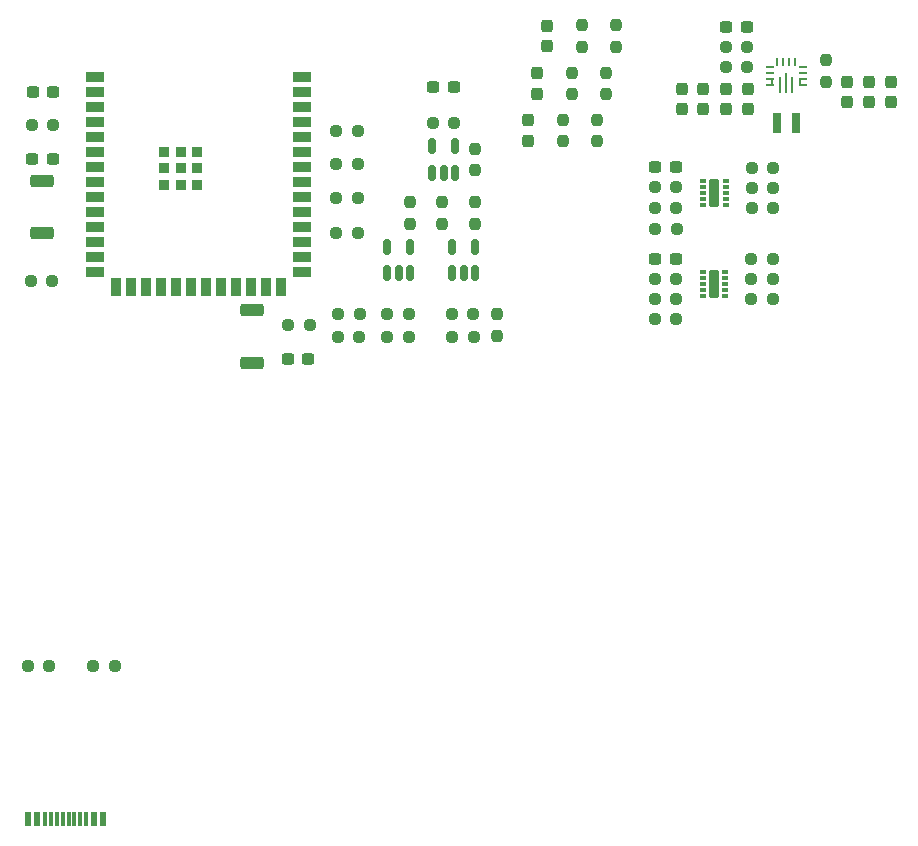
<source format=gbr>
%TF.GenerationSoftware,KiCad,Pcbnew,8.0.2*%
%TF.CreationDate,2025-08-03T00:44:16+02:00*%
%TF.ProjectId,MarinaWatch,4d617269-6e61-4576-9174-63682e6b6963,rev?*%
%TF.SameCoordinates,Original*%
%TF.FileFunction,Paste,Top*%
%TF.FilePolarity,Positive*%
%FSLAX46Y46*%
G04 Gerber Fmt 4.6, Leading zero omitted, Abs format (unit mm)*
G04 Created by KiCad (PCBNEW 8.0.2) date 2025-08-03 00:44:16*
%MOMM*%
%LPD*%
G01*
G04 APERTURE LIST*
G04 Aperture macros list*
%AMRoundRect*
0 Rectangle with rounded corners*
0 $1 Rounding radius*
0 $2 $3 $4 $5 $6 $7 $8 $9 X,Y pos of 4 corners*
0 Add a 4 corners polygon primitive as box body*
4,1,4,$2,$3,$4,$5,$6,$7,$8,$9,$2,$3,0*
0 Add four circle primitives for the rounded corners*
1,1,$1+$1,$2,$3*
1,1,$1+$1,$4,$5*
1,1,$1+$1,$6,$7*
1,1,$1+$1,$8,$9*
0 Add four rect primitives between the rounded corners*
20,1,$1+$1,$2,$3,$4,$5,0*
20,1,$1+$1,$4,$5,$6,$7,0*
20,1,$1+$1,$6,$7,$8,$9,0*
20,1,$1+$1,$8,$9,$2,$3,0*%
G04 Aperture macros list end*
%ADD10RoundRect,0.237500X-0.250000X-0.237500X0.250000X-0.237500X0.250000X0.237500X-0.250000X0.237500X0*%
%ADD11RoundRect,0.237500X0.250000X0.237500X-0.250000X0.237500X-0.250000X-0.237500X0.250000X-0.237500X0*%
%ADD12R,1.500000X0.900000*%
%ADD13R,0.900000X1.500000*%
%ADD14R,0.900000X0.900000*%
%ADD15RoundRect,0.237500X0.300000X0.237500X-0.300000X0.237500X-0.300000X-0.237500X0.300000X-0.237500X0*%
%ADD16RoundRect,0.262500X-0.737500X0.262500X-0.737500X-0.262500X0.737500X-0.262500X0.737500X0.262500X0*%
%ADD17RoundRect,0.237500X-0.300000X-0.237500X0.300000X-0.237500X0.300000X0.237500X-0.300000X0.237500X0*%
%ADD18RoundRect,0.037500X-0.212500X-0.087500X0.212500X-0.087500X0.212500X0.087500X-0.212500X0.087500X0*%
%ADD19RoundRect,0.126000X-0.294000X-1.074000X0.294000X-1.074000X0.294000X1.074000X-0.294000X1.074000X0*%
%ADD20RoundRect,0.237500X-0.237500X0.250000X-0.237500X-0.250000X0.237500X-0.250000X0.237500X0.250000X0*%
%ADD21RoundRect,0.237500X-0.237500X0.300000X-0.237500X-0.300000X0.237500X-0.300000X0.237500X0.300000X0*%
%ADD22R,0.800000X1.700000*%
%ADD23RoundRect,0.237500X0.237500X-0.250000X0.237500X0.250000X-0.237500X0.250000X-0.237500X-0.250000X0*%
%ADD24R,0.600000X1.240000*%
%ADD25R,0.300000X1.240000*%
%ADD26RoundRect,0.062500X-0.062500X0.237500X-0.062500X-0.237500X0.062500X-0.237500X0.062500X0.237500X0*%
%ADD27RoundRect,0.062500X-0.237500X-0.062500X0.237500X-0.062500X0.237500X0.062500X-0.237500X0.062500X0*%
%ADD28RoundRect,0.056250X0.056250X-0.318750X0.056250X0.318750X-0.056250X0.318750X-0.056250X-0.318750X0*%
%ADD29RoundRect,0.062500X-0.062500X0.612500X-0.062500X-0.612500X0.062500X-0.612500X0.062500X0.612500X0*%
%ADD30RoundRect,0.062500X-0.062500X0.787500X-0.062500X-0.787500X0.062500X-0.787500X0.062500X0.787500X0*%
%ADD31RoundRect,0.150000X0.150000X-0.512500X0.150000X0.512500X-0.150000X0.512500X-0.150000X-0.512500X0*%
G04 APERTURE END LIST*
D10*
%TO.C,R316*%
X125787500Y-101000000D03*
X127612500Y-101000000D03*
%TD*%
D11*
%TO.C,TH601*%
X180450000Y-104250000D03*
X178625000Y-104250000D03*
%TD*%
%TO.C,TH501*%
X180493750Y-96600000D03*
X178668750Y-96600000D03*
%TD*%
D12*
%TO.C,U304*%
X148750000Y-83740000D03*
X148750000Y-85010000D03*
X148750000Y-86280000D03*
X148750000Y-87550000D03*
X148750000Y-88820000D03*
X148750000Y-90090000D03*
X148750000Y-91360000D03*
X148750000Y-92630000D03*
X148750000Y-93900000D03*
X148750000Y-95170000D03*
X148750000Y-96440000D03*
X148750000Y-97710000D03*
X148750000Y-98980000D03*
X148750000Y-100250000D03*
D13*
X146985000Y-101500000D03*
X145715000Y-101500000D03*
X144445000Y-101500000D03*
X143175000Y-101500000D03*
X141905000Y-101500000D03*
X140635000Y-101500000D03*
X139365000Y-101500000D03*
X138095000Y-101500000D03*
X136825000Y-101500000D03*
X135555000Y-101500000D03*
X134285000Y-101500000D03*
X133015000Y-101500000D03*
D12*
X131250000Y-100250000D03*
X131250000Y-98980000D03*
X131250000Y-97710000D03*
X131250000Y-96440000D03*
X131250000Y-95170000D03*
X131250000Y-93900000D03*
X131250000Y-92630000D03*
X131250000Y-91360000D03*
X131250000Y-90090000D03*
X131250000Y-88820000D03*
X131250000Y-87550000D03*
X131250000Y-86280000D03*
X131250000Y-85010000D03*
X131250000Y-83740000D03*
D14*
X139900000Y-92860000D03*
X139900000Y-91460000D03*
X139900000Y-90060000D03*
X138500000Y-92860000D03*
X138500000Y-91460000D03*
X138500000Y-90060000D03*
X137100000Y-92860000D03*
X137100000Y-91460000D03*
X137100000Y-90060000D03*
%TD*%
D15*
%TO.C,C103*%
X125950000Y-85000000D03*
X127675000Y-85000000D03*
%TD*%
D16*
%TO.C,SW102*%
X144550000Y-103475000D03*
X144550000Y-107925000D03*
%TD*%
%TO.C,SW101*%
X126750000Y-96975000D03*
X126750000Y-92525000D03*
%TD*%
D17*
%TO.C,C102*%
X149312500Y-107650000D03*
X147587500Y-107650000D03*
%TD*%
D18*
%TO.C,U501*%
X182725000Y-92550000D03*
X182725000Y-93050000D03*
X182725000Y-93550000D03*
D19*
X183675000Y-93550000D03*
D18*
X182725000Y-94050000D03*
X182725000Y-94550000D03*
X184625000Y-94550000D03*
X184625000Y-94050000D03*
X184625000Y-93550000D03*
X184625000Y-93050000D03*
X184625000Y-92550000D03*
%TD*%
D20*
%TO.C,R310*%
X173725000Y-87350000D03*
X173725000Y-89175000D03*
%TD*%
D21*
%TO.C,C304*%
X169500000Y-79425000D03*
X169500000Y-81150000D03*
%TD*%
D18*
%TO.C,U601*%
X182700000Y-100250000D03*
X182700000Y-100750000D03*
X182700000Y-101250000D03*
D19*
X183650000Y-101250000D03*
D18*
X182700000Y-101750000D03*
X182700000Y-102250000D03*
X184600000Y-102250000D03*
X184600000Y-101750000D03*
X184600000Y-101250000D03*
X184600000Y-100750000D03*
X184600000Y-100250000D03*
%TD*%
D11*
%TO.C,R202*%
X127362500Y-133650000D03*
X125537500Y-133650000D03*
%TD*%
D22*
%TO.C,L701*%
X190550000Y-87637500D03*
X188950000Y-87637500D03*
%TD*%
D15*
%TO.C,C601*%
X180400000Y-99150000D03*
X178675000Y-99150000D03*
%TD*%
D10*
%TO.C,R603*%
X186787500Y-102550000D03*
X188612500Y-102550000D03*
%TD*%
D20*
%TO.C,R312*%
X174490000Y-83387500D03*
X174490000Y-85212500D03*
%TD*%
%TO.C,R314*%
X175360000Y-79362500D03*
X175360000Y-81187500D03*
%TD*%
D10*
%TO.C,R303*%
X156000000Y-103850000D03*
X157825000Y-103850000D03*
%TD*%
D20*
%TO.C,R308*%
X163450000Y-94325000D03*
X163450000Y-96150000D03*
%TD*%
D10*
%TO.C,R201*%
X131087500Y-133650000D03*
X132912500Y-133650000D03*
%TD*%
D15*
%TO.C,C501*%
X180412500Y-91350000D03*
X178687500Y-91350000D03*
%TD*%
D21*
%TO.C,C706*%
X182750000Y-84737500D03*
X182750000Y-86462500D03*
%TD*%
D11*
%TO.C,R504*%
X180462500Y-93050000D03*
X178637500Y-93050000D03*
%TD*%
%TO.C,R101*%
X127712500Y-87850000D03*
X125887500Y-87850000D03*
%TD*%
D23*
%TO.C,R313*%
X171590000Y-85212500D03*
X171590000Y-83387500D03*
%TD*%
%TO.C,R315*%
X172460000Y-81200000D03*
X172460000Y-79375000D03*
%TD*%
D10*
%TO.C,R907*%
X161475000Y-105762500D03*
X163300000Y-105762500D03*
%TD*%
D21*
%TO.C,C703*%
X194950000Y-84162500D03*
X194950000Y-85887500D03*
%TD*%
D10*
%TO.C,R305*%
X159837500Y-87600000D03*
X161662500Y-87600000D03*
%TD*%
D24*
%TO.C,J201*%
X125550000Y-146525000D03*
X126350000Y-146525000D03*
D25*
X127500000Y-146525000D03*
X128500000Y-146525000D03*
X129000000Y-146525000D03*
X130000000Y-146525000D03*
D24*
X131150000Y-146525000D03*
X131950000Y-146525000D03*
X131950000Y-146525000D03*
X131150000Y-146525000D03*
D25*
X130500000Y-146525000D03*
X129500000Y-146525000D03*
X128000000Y-146525000D03*
X127000000Y-146525000D03*
D24*
X126350000Y-146525000D03*
X125550000Y-146525000D03*
%TD*%
D11*
%TO.C,R102*%
X149412500Y-104750000D03*
X147587500Y-104750000D03*
%TD*%
D10*
%TO.C,R904*%
X151675000Y-96950000D03*
X153500000Y-96950000D03*
%TD*%
D23*
%TO.C,R311*%
X170825000Y-89175000D03*
X170825000Y-87350000D03*
%TD*%
D21*
%TO.C,C704*%
X186550000Y-84737500D03*
X186550000Y-86462500D03*
%TD*%
%TO.C,C702*%
X196750000Y-84162500D03*
X196750000Y-85887500D03*
%TD*%
D20*
%TO.C,R304*%
X160650000Y-94337500D03*
X160650000Y-96162500D03*
%TD*%
D21*
%TO.C,C707*%
X180950000Y-84737500D03*
X180950000Y-86462500D03*
%TD*%
D15*
%TO.C,C708*%
X186412500Y-79537500D03*
X184687500Y-79537500D03*
%TD*%
D20*
%TO.C,R307*%
X163450000Y-89825000D03*
X163450000Y-91650000D03*
%TD*%
D11*
%TO.C,R901*%
X153500000Y-88300000D03*
X151675000Y-88300000D03*
%TD*%
D17*
%TO.C,C301*%
X159887500Y-84600000D03*
X161612500Y-84600000D03*
%TD*%
D21*
%TO.C,C705*%
X184650000Y-84737500D03*
X184650000Y-86462500D03*
%TD*%
D20*
%TO.C,R309*%
X165250000Y-103837500D03*
X165250000Y-105662500D03*
%TD*%
D11*
%TO.C,R905*%
X153600000Y-105762500D03*
X151775000Y-105762500D03*
%TD*%
%TO.C,R604*%
X180462500Y-100850000D03*
X178637500Y-100850000D03*
%TD*%
D10*
%TO.C,R601*%
X186800000Y-99150000D03*
X188625000Y-99150000D03*
%TD*%
D26*
%TO.C,U701*%
X190500000Y-82487500D03*
X190000000Y-82487500D03*
X189500000Y-82487500D03*
X189000000Y-82487500D03*
D27*
X188350000Y-82912500D03*
X188350000Y-83412500D03*
X188350000Y-83912500D03*
D28*
X188537500Y-84162500D03*
D27*
X188350000Y-84412500D03*
D29*
X189250000Y-84412500D03*
D30*
X189750000Y-84237500D03*
D29*
X190250000Y-84412500D03*
D27*
X191150000Y-84412500D03*
X191150000Y-83912500D03*
D28*
X190962500Y-84162500D03*
D27*
X191150000Y-83412500D03*
X191150000Y-82912500D03*
%TD*%
D21*
%TO.C,C701*%
X198650000Y-84162500D03*
X198650000Y-85887500D03*
%TD*%
D31*
%TO.C,U303*%
X161500000Y-100375000D03*
X162450000Y-100375000D03*
X163400000Y-100375000D03*
X163400000Y-98100000D03*
X161500000Y-98100000D03*
%TD*%
D10*
%TO.C,R503*%
X186850000Y-94850000D03*
X188675000Y-94850000D03*
%TD*%
D11*
%TO.C,R703*%
X186462500Y-81237500D03*
X184637500Y-81237500D03*
%TD*%
D10*
%TO.C,R306*%
X161450000Y-103850000D03*
X163275000Y-103850000D03*
%TD*%
D31*
%TO.C,U302*%
X159800000Y-91875000D03*
X160750000Y-91875000D03*
X161700000Y-91875000D03*
X161700000Y-89600000D03*
X159800000Y-89600000D03*
%TD*%
%TO.C,U301*%
X156000000Y-100375000D03*
X156950000Y-100375000D03*
X157900000Y-100375000D03*
X157900000Y-98100000D03*
X156000000Y-98100000D03*
%TD*%
D10*
%TO.C,R702*%
X184637500Y-82937500D03*
X186462500Y-82937500D03*
%TD*%
%TO.C,R903*%
X151675000Y-91150000D03*
X153500000Y-91150000D03*
%TD*%
D20*
%TO.C,R302*%
X157950000Y-94325000D03*
X157950000Y-96150000D03*
%TD*%
D21*
%TO.C,C302*%
X167925000Y-87400000D03*
X167925000Y-89125000D03*
%TD*%
D10*
%TO.C,R505*%
X186850000Y-93150000D03*
X188675000Y-93150000D03*
%TD*%
%TO.C,R906*%
X155975000Y-105762500D03*
X157800000Y-105762500D03*
%TD*%
D21*
%TO.C,C303*%
X168650000Y-83437500D03*
X168650000Y-85162500D03*
%TD*%
D17*
%TO.C,C101*%
X125937500Y-90650000D03*
X127662500Y-90650000D03*
%TD*%
D23*
%TO.C,R701*%
X193150000Y-84137500D03*
X193150000Y-82312500D03*
%TD*%
D10*
%TO.C,R605*%
X186787500Y-100850000D03*
X188612500Y-100850000D03*
%TD*%
%TO.C,R301*%
X151837500Y-103850000D03*
X153662500Y-103850000D03*
%TD*%
%TO.C,R502*%
X178637500Y-94850000D03*
X180462500Y-94850000D03*
%TD*%
%TO.C,R501*%
X186850000Y-91450000D03*
X188675000Y-91450000D03*
%TD*%
%TO.C,R602*%
X178625000Y-102550000D03*
X180450000Y-102550000D03*
%TD*%
D11*
%TO.C,R902*%
X153500000Y-94000000D03*
X151675000Y-94000000D03*
%TD*%
M02*

</source>
